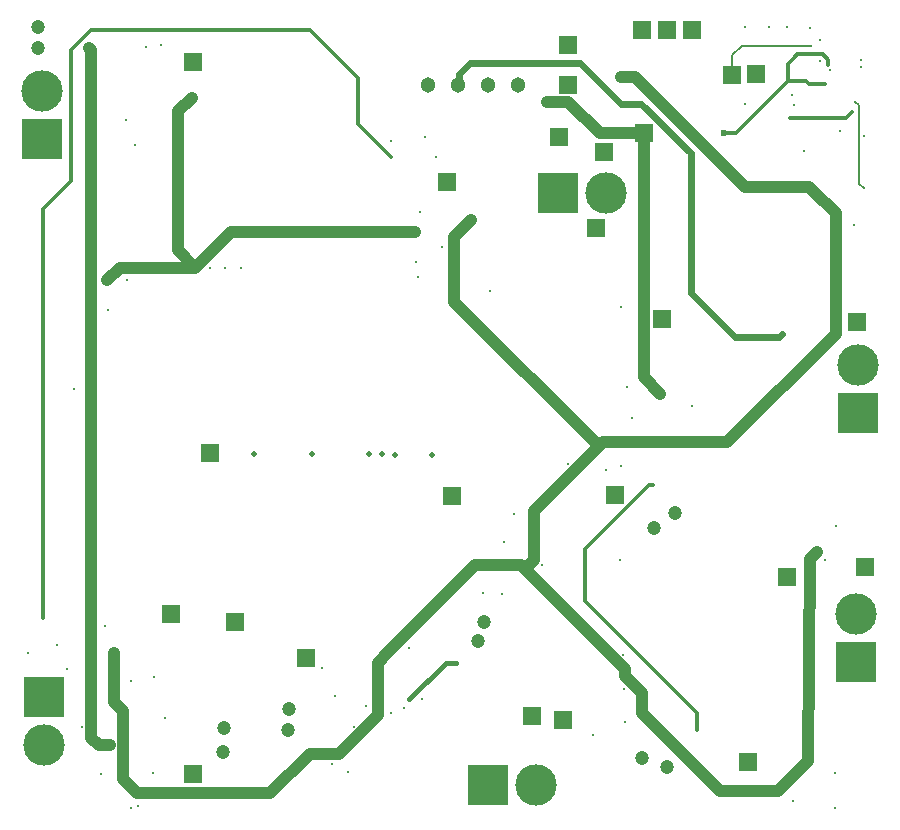
<source format=gbr>
%TF.GenerationSoftware,Altium Limited,Altium Designer,19.1.7 (138)*%
G04 Layer_Physical_Order=2*
G04 Layer_Color=6736896*
%FSLAX45Y45*%
%MOMM*%
%TF.FileFunction,Copper,L2,Inr,Signal*%
%TF.Part,Single*%
G01*
G75*
%TA.AperFunction,Conductor*%
%ADD12C,0.30000*%
%ADD67C,0.20000*%
%ADD68C,0.60000*%
%ADD69C,1.00000*%
%ADD71C,0.38100*%
%ADD74C,0.15000*%
%TA.AperFunction,ComponentPad*%
%ADD78C,1.20000*%
%ADD79R,1.55000X1.55000*%
%ADD80R,1.55000X1.55000*%
%ADD81R,3.50000X3.50000*%
%ADD82C,3.50000*%
%ADD83C,1.30300*%
%ADD84R,3.50000X3.50000*%
%TA.AperFunction,ViaPad*%
%ADD85C,0.30000*%
%ADD86C,0.60000*%
%ADD87C,0.26000*%
%ADD88C,0.50000*%
D12*
X6057500Y8030000D02*
X6495000Y8467500D01*
X5955000Y8030000D02*
X6057500D01*
X6770000Y8442500D02*
X6807500D01*
X6670000D02*
X6770000D01*
X6645000Y8467500D02*
X6670000Y8442500D01*
X6837500Y8607500D02*
Y8650000D01*
X6790000Y8697500D02*
X6837500Y8650000D01*
X6575000Y8697500D02*
X6790000D01*
X6545000Y8667500D02*
X6575000Y8697500D01*
X187500Y6895000D02*
Y7385000D01*
Y3925000D02*
Y6895000D01*
Y3925000D02*
X190000Y3922500D01*
X187500Y7385000D02*
X425000Y7622500D01*
X6495000Y8467500D02*
Y8617500D01*
X6545000Y8667500D01*
X5722500Y2972500D02*
Y3122500D01*
X4775000Y4070000D02*
X5722500Y3122500D01*
X4775000Y4070000D02*
Y4377500D01*
X5317500Y5047500D02*
X5352500D01*
X4775000Y4505000D02*
X5317500Y5047500D01*
X4775000Y4377500D02*
Y4505000D01*
X6987500Y8162500D02*
X7035000Y8210000D01*
X6515000Y8162500D02*
X6987500D01*
X2447500Y8907500D02*
X2857500Y8497500D01*
X597500Y8907500D02*
X2447500D01*
X425000Y8735000D02*
X597500Y8907500D01*
X425000Y7622500D02*
Y8735000D01*
X6495000Y8467500D02*
X6645000D01*
X2857500Y8107500D02*
Y8497500D01*
Y8107500D02*
X3135000Y7830000D01*
D67*
X6102500Y8770000D02*
X6687500D01*
X6020000Y8687500D02*
X6102500Y8770000D01*
X6020000Y8525000D02*
Y8687500D01*
D68*
X3709633Y8532207D02*
X3802425Y8625000D01*
X3709633Y8447207D02*
Y8532207D01*
X3702425Y8440000D02*
X3709633Y8447207D01*
X5252782Y8280000D02*
X5672500Y7860282D01*
X5082500Y8280000D02*
X5252782D01*
X6420000Y6302500D02*
X6445000Y6327500D01*
X5672500Y6675000D02*
Y7860282D01*
X6045000Y6302500D02*
X6420000D01*
X3802425Y8625000D02*
X4737500D01*
X5082500Y8280000D01*
X5672500Y6675000D02*
X6045000Y6302500D01*
D69*
X5918750Y2463750D02*
X6413695D01*
X657500Y2847500D02*
X757500D01*
X592500Y2912500D02*
X657500Y2847500D01*
X592500Y8732500D02*
X592500Y2912500D01*
X577500Y8747500D02*
X592500Y8732500D01*
X4900000Y8027500D02*
X5272500D01*
X4633287Y8294213D02*
X4900000Y8027500D01*
X4455000Y8294213D02*
X4633287D01*
X5272500Y5962500D02*
X5412500Y5822500D01*
X5272500Y5962500D02*
Y8027500D01*
X6710000Y7542500D02*
X6902500Y7350000D01*
Y6332500D02*
Y7350000D01*
X5982500Y5412500D02*
X6902500Y6332500D01*
X5201796Y8508204D02*
X5700000Y8010000D01*
X5083834Y8508204D02*
X5201796D01*
X5700000Y8010000D02*
X6132500Y7577500D01*
X6675000D01*
X6413695Y2463750D02*
X6665577Y2715632D01*
X3020000Y3545000D02*
X3112500Y3637500D01*
X3020000Y3104570D02*
Y3545000D01*
X2692930Y2777500D02*
X3020000Y3104570D01*
X2447500Y2777500D02*
X2692930D01*
X2112500Y2442500D02*
X2447500Y2777500D01*
X865000Y2622500D02*
Y3138338D01*
Y2557667D02*
X980167Y2442500D01*
X865000Y2557667D02*
Y2622500D01*
X787500Y3215838D02*
X865000Y3138338D01*
X980167Y2442500D02*
X2112500D01*
X787500Y3215838D02*
Y3632500D01*
X6684103Y4426603D02*
X6737500Y4480000D01*
X6665577Y2715632D02*
X6684103Y4426603D01*
X5260000Y3122500D02*
X5918750Y2463750D01*
X5260000Y3122500D02*
Y3290000D01*
X4235000Y4372500D02*
X4270000Y4337500D01*
X4892500Y5377500D02*
X4927500Y5412500D01*
X6675000Y7577500D02*
X6710000Y7542500D01*
X5117930Y3432070D02*
X5260000Y3290000D01*
X3667930Y7150430D02*
X3810000Y7292500D01*
X5117930Y3432070D02*
Y3489570D01*
X4270000Y4337500D02*
X5117930Y3489570D01*
X3667930Y6602070D02*
Y7150430D01*
Y6602070D02*
X4892500Y5377500D01*
X4347930Y4832930D02*
X4892500Y5377500D01*
X4347930Y4415430D02*
Y4832930D01*
X4270000Y4337500D02*
X4347930Y4415430D01*
X4927500Y5412500D02*
X5982500D01*
X3847500Y4372500D02*
X4235000D01*
X3112500Y3637500D02*
X3847500Y4372500D01*
X1330000Y8213437D02*
X1446563Y8330000D01*
X1330000Y7037500D02*
Y8213437D01*
Y7037500D02*
X1477000Y6890500D01*
X732500Y6785000D02*
X838000Y6890500D01*
X1477000D01*
X1781501Y7195000D01*
X3335000D01*
D71*
X3602500Y3547500D02*
X3685000D01*
X3290000Y3235000D02*
X3602500Y3547500D01*
D74*
X7065000Y8297500D02*
X7095000Y8267500D01*
Y7602500D02*
Y8267500D01*
Y7602500D02*
X7135000Y7562500D01*
D78*
X5535000Y4812500D02*
D03*
X145000Y8932500D02*
D03*
X142500Y8755000D02*
D03*
X5357500Y4685000D02*
D03*
X5262500Y2737500D02*
D03*
X5473245Y2667500D02*
D03*
X3870000Y3727500D02*
D03*
X3920000Y3893245D02*
D03*
X1720000Y2992500D02*
D03*
X2267500Y3152500D02*
D03*
X2265000Y2975000D02*
D03*
X1712500Y2792500D02*
D03*
D79*
X6020000Y8525000D02*
D03*
X2414415Y3590000D02*
D03*
X6157500Y2705000D02*
D03*
X4867500Y7224255D02*
D03*
X7145000Y4360000D02*
D03*
X7077500Y6427500D02*
D03*
X1460000Y8630000D02*
D03*
X1597500Y5325000D02*
D03*
X1270000Y3960000D02*
D03*
X1812500Y3892500D02*
D03*
X4328511Y3092500D02*
D03*
X3654415Y4960585D02*
D03*
X4940000Y7872500D02*
D03*
X5032500Y4962500D02*
D03*
X6487500Y4270000D02*
D03*
D80*
X4631510Y8440000D02*
D03*
Y8772500D02*
D03*
X3610000Y7620000D02*
D03*
X4591915Y3060000D02*
D03*
X5432500Y6460000D02*
D03*
X4552500Y8000000D02*
D03*
X5272500Y8027500D02*
D03*
X5260000Y8900000D02*
D03*
X5470000D02*
D03*
X5680000D02*
D03*
X6225000Y8527500D02*
D03*
X1455000Y2607500D02*
D03*
D81*
X200000Y3260000D02*
D03*
X180000Y7980000D02*
D03*
X7070000Y3550000D02*
D03*
X7087500Y5657500D02*
D03*
D82*
X200000Y2850000D02*
D03*
X180000Y8390000D02*
D03*
X4957500Y7522500D02*
D03*
X4365000Y2510000D02*
D03*
X7070000Y3960000D02*
D03*
X7087500Y6067500D02*
D03*
D83*
X3448425Y8440000D02*
D03*
X3702425D02*
D03*
X3956425D02*
D03*
X4210425D02*
D03*
D84*
X4547500Y7522500D02*
D03*
X3955000Y2510000D02*
D03*
D85*
X3517500Y7830000D02*
D03*
X520025Y3000146D02*
D03*
X452500Y5860000D02*
D03*
X307500Y3695000D02*
D03*
X390925Y3490925D02*
D03*
X6892925Y2312500D02*
D03*
X6290000Y2445000D02*
D03*
X6537500Y2375000D02*
D03*
X2816731Y3002012D02*
D03*
X2921250Y3183750D02*
D03*
X2657500Y3262500D02*
D03*
X930000Y2317500D02*
D03*
X680000Y2607120D02*
D03*
X1120000Y2610000D02*
D03*
X2767500Y2622784D02*
D03*
X2637500Y2687500D02*
D03*
X6805000Y4415000D02*
D03*
X6890738Y2612813D02*
D03*
X3135000Y7960000D02*
D03*
X6770000Y8637500D02*
D03*
X6445000Y6327500D02*
D03*
X3685000Y3547500D02*
D03*
X3290000Y3235000D02*
D03*
X4412500Y4372500D02*
D03*
X187500Y6895000D02*
D03*
X1217500Y3080000D02*
D03*
X4951250Y5181250D02*
D03*
X7050000Y7250000D02*
D03*
X4634138Y5232175D02*
D03*
X6936639Y8050000D02*
D03*
X6527500Y8355000D02*
D03*
X7137500Y8010000D02*
D03*
X6687500Y8770000D02*
D03*
X6630788Y7876638D02*
D03*
X6335000Y8932500D02*
D03*
X6130436Y8277500D02*
D03*
X6127548Y8932500D02*
D03*
X6767500Y8819958D02*
D03*
X6683149Y8918277D02*
D03*
X6485000Y8932500D02*
D03*
X3380000Y7365000D02*
D03*
X1860000Y6890000D02*
D03*
X3910000Y4137500D02*
D03*
X4847500Y2935000D02*
D03*
X970000Y7927500D02*
D03*
X190000Y3922500D02*
D03*
X5700000Y8010000D02*
D03*
X3810000Y7292500D02*
D03*
X5083834Y8508204D02*
D03*
X4455000Y8294213D02*
D03*
X7135000Y7562500D02*
D03*
X6515000Y8162500D02*
D03*
X3392500Y3235000D02*
D03*
X3137500Y3117500D02*
D03*
X757500Y2847500D02*
D03*
X5680000Y5720000D02*
D03*
X5412500Y5822500D02*
D03*
X6737500Y4480000D02*
D03*
X6900000Y4705000D02*
D03*
X5260000Y3290000D02*
D03*
X60000Y3630000D02*
D03*
X715000Y3857500D02*
D03*
X787500Y3632500D02*
D03*
X4270000Y4337500D02*
D03*
X4892500Y5377500D02*
D03*
X3335000Y7195000D02*
D03*
X1477000Y6890500D02*
D03*
X1446563Y8330000D02*
D03*
X6710000Y7542500D02*
D03*
X3290000Y3672500D02*
D03*
X3242500Y3160000D02*
D03*
X2547500Y3500000D02*
D03*
X3970000Y6692500D02*
D03*
X4087500Y4567500D02*
D03*
X4177500Y4802500D02*
D03*
X4070000Y4125000D02*
D03*
X5085000Y6560000D02*
D03*
X4775000Y4377500D02*
D03*
X5107500Y3327500D02*
D03*
X5117075Y3047075D02*
D03*
X5095000Y3612500D02*
D03*
X5722500Y2972500D02*
D03*
X5352500Y5047500D02*
D03*
X5172500Y5617500D02*
D03*
X5130000Y5880000D02*
D03*
X5077500Y5215000D02*
D03*
X5072500Y4415000D02*
D03*
X1125500Y3423000D02*
D03*
X928750Y3393750D02*
D03*
X1601112Y6888888D02*
D03*
X1731000Y6889000D02*
D03*
X3420000Y8000000D02*
D03*
X995580Y2335580D02*
D03*
X732500Y6785000D02*
D03*
X895000Y6782500D02*
D03*
X3135000Y7830000D02*
D03*
X3562500Y7067500D02*
D03*
X3342500Y6937500D02*
D03*
X3362500Y6812500D02*
D03*
X733750Y6530000D02*
D03*
X1057500Y8757500D02*
D03*
X577500Y8747500D02*
D03*
X890001Y8140000D02*
D03*
X1190000Y8775000D02*
D03*
D86*
X5955000Y8030000D02*
D03*
X865000Y2622500D02*
D03*
X2692930Y2777500D02*
D03*
X3112500Y3637500D02*
D03*
D87*
X6837500Y8607500D02*
D03*
X6847834Y8567918D02*
D03*
X6770000Y8442500D02*
D03*
X6807500D02*
D03*
X6545000Y8267500D02*
D03*
Y8667500D02*
D03*
X7115000Y8652500D02*
D03*
X7035000Y8210000D02*
D03*
X6645000Y8467500D02*
D03*
X7115000Y8587500D02*
D03*
X7065000Y8297500D02*
D03*
X6495000Y8467500D02*
D03*
D88*
X3165000Y5302500D02*
D03*
X2950000Y5312500D02*
D03*
X3485000Y5305000D02*
D03*
X2462500Y5312500D02*
D03*
X3060000D02*
D03*
X1977500Y5310000D02*
D03*
%TF.MD5,da30e3caf2bb368de59587cfe2d0a65e*%
M02*

</source>
